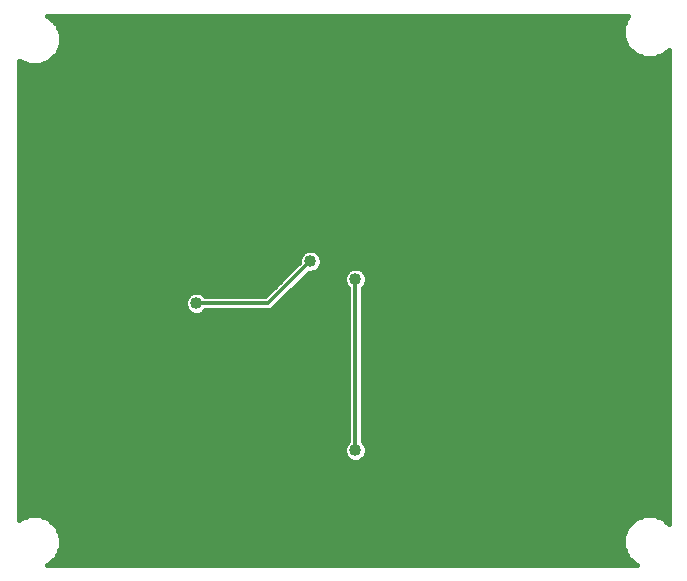
<source format=gbl>
G75*
%MOIN*%
%OFA0B0*%
%FSLAX25Y25*%
%IPPOS*%
%LPD*%
%AMOC8*
5,1,8,0,0,1.08239X$1,22.5*
%
%ADD10C,0.01200*%
%ADD11C,0.04000*%
%ADD12C,0.01600*%
%ADD13C,0.03962*%
D10*
X0068300Y0096300D02*
X0092300Y0096300D01*
X0106300Y0110300D01*
X0121300Y0104300D02*
X0121300Y0047300D01*
D11*
X0121300Y0047300D03*
X0121300Y0104300D03*
X0106300Y0110300D03*
X0068300Y0096300D03*
D12*
X0018541Y0009100D02*
X0215059Y0009100D01*
X0214351Y0009393D01*
X0211893Y0011851D01*
X0210563Y0015062D01*
X0210563Y0018538D01*
X0211893Y0021749D01*
X0214351Y0024207D01*
X0217562Y0025537D01*
X0221038Y0025537D01*
X0224249Y0024207D01*
X0225701Y0022755D01*
X0225701Y0180845D01*
X0224249Y0179393D01*
X0221038Y0178063D01*
X0217562Y0178063D01*
X0214351Y0179393D01*
X0211893Y0181851D01*
X0210563Y0185062D01*
X0210563Y0188538D01*
X0211893Y0191749D01*
X0212105Y0191961D01*
X0018636Y0191961D01*
X0019249Y0191707D01*
X0021707Y0189249D01*
X0023037Y0186038D01*
X0023037Y0182562D01*
X0021707Y0179351D01*
X0019249Y0176893D01*
X0016038Y0175563D01*
X0012562Y0175563D01*
X0009351Y0176893D01*
X0009100Y0177144D01*
X0009100Y0023956D01*
X0009351Y0024207D01*
X0012562Y0025537D01*
X0016038Y0025537D01*
X0019249Y0024207D01*
X0021707Y0021749D01*
X0023037Y0018538D01*
X0023037Y0015062D01*
X0021707Y0011851D01*
X0019249Y0009393D01*
X0018541Y0009100D01*
X0020550Y0010694D02*
X0213050Y0010694D01*
X0211710Y0012293D02*
X0021890Y0012293D01*
X0022552Y0013891D02*
X0211048Y0013891D01*
X0210563Y0015490D02*
X0023037Y0015490D01*
X0023037Y0017088D02*
X0210563Y0017088D01*
X0210625Y0018687D02*
X0022975Y0018687D01*
X0022313Y0020285D02*
X0211287Y0020285D01*
X0212028Y0021884D02*
X0021572Y0021884D01*
X0019974Y0023482D02*
X0213626Y0023482D01*
X0216460Y0025081D02*
X0017140Y0025081D01*
X0011460Y0025081D02*
X0009100Y0025081D01*
X0009100Y0026679D02*
X0225701Y0026679D01*
X0225701Y0025081D02*
X0222140Y0025081D01*
X0224974Y0023482D02*
X0225701Y0023482D01*
X0225701Y0028278D02*
X0009100Y0028278D01*
X0009100Y0029876D02*
X0225701Y0029876D01*
X0225701Y0031475D02*
X0009100Y0031475D01*
X0009100Y0033073D02*
X0225701Y0033073D01*
X0225701Y0034672D02*
X0009100Y0034672D01*
X0009100Y0036270D02*
X0225701Y0036270D01*
X0225701Y0037869D02*
X0009100Y0037869D01*
X0009100Y0039467D02*
X0225701Y0039467D01*
X0225701Y0041066D02*
X0009100Y0041066D01*
X0009100Y0042664D02*
X0225701Y0042664D01*
X0225701Y0044263D02*
X0123637Y0044263D01*
X0123453Y0044079D02*
X0124521Y0045147D01*
X0125100Y0046544D01*
X0125100Y0048056D01*
X0124521Y0049453D01*
X0123700Y0050274D01*
X0123700Y0101326D01*
X0124521Y0102147D01*
X0125100Y0103544D01*
X0125100Y0105056D01*
X0124521Y0106453D01*
X0123453Y0107521D01*
X0122056Y0108100D01*
X0120544Y0108100D01*
X0119147Y0107521D01*
X0118079Y0106453D01*
X0117500Y0105056D01*
X0117500Y0103544D01*
X0118079Y0102147D01*
X0118900Y0101326D01*
X0118900Y0050274D01*
X0118079Y0049453D01*
X0117500Y0048056D01*
X0117500Y0046544D01*
X0118079Y0045147D01*
X0119147Y0044079D01*
X0120544Y0043500D01*
X0122056Y0043500D01*
X0123453Y0044079D01*
X0124817Y0045861D02*
X0225701Y0045861D01*
X0225701Y0047460D02*
X0125100Y0047460D01*
X0124685Y0049058D02*
X0225701Y0049058D01*
X0225701Y0050657D02*
X0123700Y0050657D01*
X0123700Y0052255D02*
X0225701Y0052255D01*
X0225701Y0053854D02*
X0123700Y0053854D01*
X0123700Y0055452D02*
X0225701Y0055452D01*
X0225701Y0057051D02*
X0123700Y0057051D01*
X0123700Y0058649D02*
X0225701Y0058649D01*
X0225701Y0060248D02*
X0123700Y0060248D01*
X0123700Y0061846D02*
X0225701Y0061846D01*
X0225701Y0063445D02*
X0123700Y0063445D01*
X0123700Y0065043D02*
X0225701Y0065043D01*
X0225701Y0066642D02*
X0123700Y0066642D01*
X0123700Y0068240D02*
X0225701Y0068240D01*
X0225701Y0069839D02*
X0123700Y0069839D01*
X0123700Y0071437D02*
X0225701Y0071437D01*
X0225701Y0073036D02*
X0123700Y0073036D01*
X0123700Y0074634D02*
X0225701Y0074634D01*
X0225701Y0076233D02*
X0123700Y0076233D01*
X0123700Y0077832D02*
X0225701Y0077832D01*
X0225701Y0079430D02*
X0123700Y0079430D01*
X0123700Y0081029D02*
X0225701Y0081029D01*
X0225701Y0082627D02*
X0123700Y0082627D01*
X0123700Y0084226D02*
X0225701Y0084226D01*
X0225701Y0085824D02*
X0123700Y0085824D01*
X0123700Y0087423D02*
X0225701Y0087423D01*
X0225701Y0089021D02*
X0123700Y0089021D01*
X0123700Y0090620D02*
X0225701Y0090620D01*
X0225701Y0092218D02*
X0123700Y0092218D01*
X0123700Y0093817D02*
X0225701Y0093817D01*
X0225701Y0095415D02*
X0123700Y0095415D01*
X0123700Y0097014D02*
X0225701Y0097014D01*
X0225701Y0098612D02*
X0123700Y0098612D01*
X0123700Y0100211D02*
X0225701Y0100211D01*
X0225701Y0101809D02*
X0124183Y0101809D01*
X0125043Y0103408D02*
X0225701Y0103408D01*
X0225701Y0105006D02*
X0125100Y0105006D01*
X0124369Y0106605D02*
X0225701Y0106605D01*
X0225701Y0108203D02*
X0109545Y0108203D01*
X0109521Y0108147D02*
X0110100Y0109544D01*
X0110100Y0111056D01*
X0109521Y0112453D01*
X0108453Y0113521D01*
X0107056Y0114100D01*
X0105544Y0114100D01*
X0104147Y0113521D01*
X0103079Y0112453D01*
X0102500Y0111056D01*
X0102500Y0109894D01*
X0091306Y0098700D01*
X0071274Y0098700D01*
X0070453Y0099521D01*
X0069056Y0100100D01*
X0067544Y0100100D01*
X0066147Y0099521D01*
X0065079Y0098453D01*
X0064500Y0097056D01*
X0064500Y0095544D01*
X0065079Y0094147D01*
X0066147Y0093079D01*
X0067544Y0092500D01*
X0069056Y0092500D01*
X0070453Y0093079D01*
X0071274Y0093900D01*
X0091823Y0093900D01*
X0092777Y0093900D01*
X0093659Y0094265D01*
X0105894Y0106500D01*
X0107056Y0106500D01*
X0108453Y0107079D01*
X0109521Y0108147D01*
X0110100Y0109802D02*
X0225701Y0109802D01*
X0225701Y0111400D02*
X0109957Y0111400D01*
X0108975Y0112999D02*
X0225701Y0112999D01*
X0225701Y0114597D02*
X0009100Y0114597D01*
X0009100Y0112999D02*
X0103625Y0112999D01*
X0102643Y0111400D02*
X0009100Y0111400D01*
X0009100Y0109802D02*
X0102408Y0109802D01*
X0100809Y0108203D02*
X0009100Y0108203D01*
X0009100Y0106605D02*
X0099211Y0106605D01*
X0097612Y0105006D02*
X0009100Y0105006D01*
X0009100Y0103408D02*
X0096014Y0103408D01*
X0094415Y0101809D02*
X0009100Y0101809D01*
X0009100Y0100211D02*
X0092817Y0100211D01*
X0096408Y0097014D02*
X0118900Y0097014D01*
X0118900Y0098612D02*
X0098006Y0098612D01*
X0099605Y0100211D02*
X0118900Y0100211D01*
X0118417Y0101809D02*
X0101203Y0101809D01*
X0102802Y0103408D02*
X0117556Y0103408D01*
X0117500Y0105006D02*
X0104400Y0105006D01*
X0107309Y0106605D02*
X0118231Y0106605D01*
X0118900Y0095415D02*
X0094809Y0095415D01*
X0071191Y0093817D02*
X0118900Y0093817D01*
X0118900Y0092218D02*
X0009100Y0092218D01*
X0009100Y0090620D02*
X0118900Y0090620D01*
X0118900Y0089021D02*
X0009100Y0089021D01*
X0009100Y0087423D02*
X0118900Y0087423D01*
X0118900Y0085824D02*
X0009100Y0085824D01*
X0009100Y0084226D02*
X0118900Y0084226D01*
X0118900Y0082627D02*
X0009100Y0082627D01*
X0009100Y0081029D02*
X0118900Y0081029D01*
X0118900Y0079430D02*
X0009100Y0079430D01*
X0009100Y0077832D02*
X0118900Y0077832D01*
X0118900Y0076233D02*
X0009100Y0076233D01*
X0009100Y0074634D02*
X0118900Y0074634D01*
X0118900Y0073036D02*
X0009100Y0073036D01*
X0009100Y0071437D02*
X0118900Y0071437D01*
X0118900Y0069839D02*
X0009100Y0069839D01*
X0009100Y0068240D02*
X0118900Y0068240D01*
X0118900Y0066642D02*
X0009100Y0066642D01*
X0009100Y0065043D02*
X0118900Y0065043D01*
X0118900Y0063445D02*
X0009100Y0063445D01*
X0009100Y0061846D02*
X0118900Y0061846D01*
X0118900Y0060248D02*
X0009100Y0060248D01*
X0009100Y0058649D02*
X0118900Y0058649D01*
X0118900Y0057051D02*
X0009100Y0057051D01*
X0009100Y0055452D02*
X0118900Y0055452D01*
X0118900Y0053854D02*
X0009100Y0053854D01*
X0009100Y0052255D02*
X0118900Y0052255D01*
X0118900Y0050657D02*
X0009100Y0050657D01*
X0009100Y0049058D02*
X0117915Y0049058D01*
X0117500Y0047460D02*
X0009100Y0047460D01*
X0009100Y0045861D02*
X0117783Y0045861D01*
X0118963Y0044263D02*
X0009100Y0044263D01*
X0009100Y0093817D02*
X0065409Y0093817D01*
X0064553Y0095415D02*
X0009100Y0095415D01*
X0009100Y0097014D02*
X0064500Y0097014D01*
X0065238Y0098612D02*
X0009100Y0098612D01*
X0009100Y0116196D02*
X0225701Y0116196D01*
X0225701Y0117794D02*
X0009100Y0117794D01*
X0009100Y0119393D02*
X0225701Y0119393D01*
X0225701Y0120991D02*
X0009100Y0120991D01*
X0009100Y0122590D02*
X0225701Y0122590D01*
X0225701Y0124188D02*
X0009100Y0124188D01*
X0009100Y0125787D02*
X0225701Y0125787D01*
X0225701Y0127385D02*
X0009100Y0127385D01*
X0009100Y0128984D02*
X0225701Y0128984D01*
X0225701Y0130582D02*
X0009100Y0130582D01*
X0009100Y0132181D02*
X0225701Y0132181D01*
X0225701Y0133779D02*
X0009100Y0133779D01*
X0009100Y0135378D02*
X0225701Y0135378D01*
X0225701Y0136976D02*
X0009100Y0136976D01*
X0009100Y0138575D02*
X0225701Y0138575D01*
X0225701Y0140173D02*
X0009100Y0140173D01*
X0009100Y0141772D02*
X0225701Y0141772D01*
X0225701Y0143370D02*
X0009100Y0143370D01*
X0009100Y0144969D02*
X0225701Y0144969D01*
X0225701Y0146568D02*
X0009100Y0146568D01*
X0009100Y0148166D02*
X0225701Y0148166D01*
X0225701Y0149765D02*
X0009100Y0149765D01*
X0009100Y0151363D02*
X0225701Y0151363D01*
X0225701Y0152962D02*
X0009100Y0152962D01*
X0009100Y0154560D02*
X0225701Y0154560D01*
X0225701Y0156159D02*
X0009100Y0156159D01*
X0009100Y0157757D02*
X0225701Y0157757D01*
X0225701Y0159356D02*
X0009100Y0159356D01*
X0009100Y0160954D02*
X0225701Y0160954D01*
X0225701Y0162553D02*
X0009100Y0162553D01*
X0009100Y0164151D02*
X0225701Y0164151D01*
X0225701Y0165750D02*
X0009100Y0165750D01*
X0009100Y0167348D02*
X0225701Y0167348D01*
X0225701Y0168947D02*
X0009100Y0168947D01*
X0009100Y0170545D02*
X0225701Y0170545D01*
X0225701Y0172144D02*
X0009100Y0172144D01*
X0009100Y0173742D02*
X0225701Y0173742D01*
X0225701Y0175341D02*
X0009100Y0175341D01*
X0009100Y0176939D02*
X0009305Y0176939D01*
X0019295Y0176939D02*
X0225701Y0176939D01*
X0225701Y0178538D02*
X0222184Y0178538D01*
X0224992Y0180136D02*
X0225701Y0180136D01*
X0216416Y0178538D02*
X0020894Y0178538D01*
X0022032Y0180136D02*
X0213608Y0180136D01*
X0212009Y0181735D02*
X0022694Y0181735D01*
X0023037Y0183333D02*
X0211279Y0183333D01*
X0210617Y0184932D02*
X0023037Y0184932D01*
X0022833Y0186530D02*
X0210563Y0186530D01*
X0210563Y0188129D02*
X0022171Y0188129D01*
X0021229Y0189727D02*
X0211056Y0189727D01*
X0211718Y0191326D02*
X0019630Y0191326D01*
D13*
X0041800Y0151800D03*
X0039300Y0079300D03*
X0136800Y0174300D03*
X0191800Y0151800D03*
X0151800Y0084300D03*
X0194300Y0074300D03*
M02*

</source>
